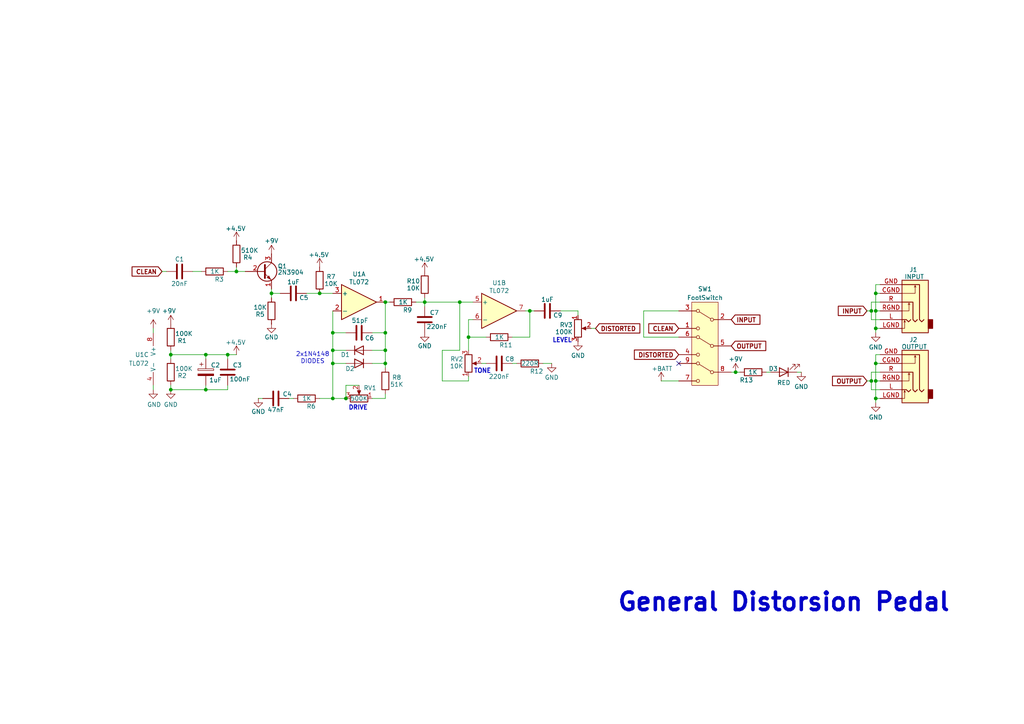
<source format=kicad_sch>
(kicad_sch (version 20231120) (generator "eeschema") (generator_version "8.0")
  (paper "A4")
  (lib_symbols
    (symbol "+BATT_1" (power) (pin_numbers hide) (pin_names (offset 0) hide)
      (property "Value" "+BATT" (at 0 3.556 0))
      (symbol "+BATT_1_0_1"
        (polyline (pts (xy -0.762 1.27) (xy 0 2.54)))
        (polyline (pts (xy 0 0) (xy 0 2.54)))
        (polyline (pts (xy 0 2.54) (xy 0.762 1.27)))
      )
      (symbol "+BATT_1_1_1"
        (pin power_in line (at 0 0 90) (length 0) (name "~") (number "1"))
      )
    )
    (symbol "Amplifier_Operational:TL072" (pin_names (offset 0.127))
      (property "Reference" "U" (at 0 5.08 0))
      (property "Value" "TL072" (at 0 -5.08 0))
      (symbol "TL072_1_1"
        (polyline (pts (xy -5.08 5.08) (xy 5.08 0) (xy -5.08 -5.08) (xy -5.08 5.08)) (stroke (width 0.254)) (fill (type background)))
        (pin output line (at 7.62 0 180) (length 2.54) (name "~") (number "1"))
        (pin input line (at -7.62 -2.54 0) (length 2.54) (name "-") (number "2"))
        (pin input line (at -7.62 2.54 0) (length 2.54) (name "+") (number "3"))
      )
      (symbol "TL072_2_1"
        (polyline (pts (xy -5.08 5.08) (xy 5.08 0) (xy -5.08 -5.08) (xy -5.08 5.08)) (stroke (width 0.254)) (fill (type background)))
        (pin input line (at -7.62 2.54 0) (length 2.54) (name "+") (number "5"))
        (pin input line (at -7.62 -2.54 0) (length 2.54) (name "-") (number "6"))
        (pin output line (at 7.62 0 180) (length 2.54) (name "~") (number "7"))
      )
      (symbol "TL072_3_1"
        (pin power_in line (at -2.54 -7.62 90) (length 3.81) (name "V-") (number "4"))
        (pin power_in line (at -2.54 7.62 270) (length 3.81) (name "V+") (number "8"))
      )
    )
    (symbol "Connector_Audio:AudioJack3_Switch"
      (property "Reference" "J7" (at -1.905 11.43 0))
      (property "Value" "AudioJack3_Switch" (at -1.905 8.89 0))
      (symbol "AudioJack3_Switch_0_1"
        (rectangle (start -5.08 -5.08) (end -6.35 -7.62) (stroke (width 0.254)) (fill (type outline)))
        (polyline (pts (xy -1.27 4.826) (xy -1.016 4.318)))
        (polyline (pts (xy 0.508 -0.254) (xy 0.762 -0.762)))
        (polyline (pts (xy 1.778 -5.334) (xy 2.032 -5.842)))
        (polyline (pts (xy 0 -5.08) (xy 0.635 -5.715) (xy 1.27 -5.08) (xy 2.54 -5.08)) (stroke (width 0.254)))
        (polyline (pts (xy 2.54 -7.62) (xy 1.778 -7.62) (xy 1.778 -5.334) (xy 1.524 -5.842)))
        (polyline (pts (xy 2.54 -2.54) (xy 0.508 -2.54) (xy 0.508 -0.254) (xy 0.254 -0.762)))
        (polyline (pts (xy 2.54 2.54) (xy -1.27 2.54) (xy -1.27 4.826) (xy -1.524 4.318)))
        (polyline (pts (xy -1.905 -5.08) (xy -1.27 -5.715) (xy -0.635 -5.08) (xy -0.635 0) (xy 2.54 0)) (stroke (width 0.254)))
        (polyline (pts (xy 2.54 5.08) (xy -2.54 5.08) (xy -2.54 -5.08) (xy -3.175 -5.715) (xy -3.81 -5.08)) (stroke (width 0.254)))
        (rectangle (start 2.54 6.35) (end -5.08 -8.89) (stroke (width 0.254)) (fill (type background)))
      )
      (symbol "AudioJack3_Switch_1_1"
        (pin passive line (at 8.89 2.54 180) (length 6.35) (name "~") (number "CGND"))
        (pin passive line (at 8.89 5.08 180) (length 6.35) (name "~") (number "GND"))
        (pin passive line (at 8.89 -5.08 180) (length 6.35) (name "~") (number "L"))
        (pin passive line (at 8.89 -7.62 180) (length 6.35) (name "~") (number "LGND"))
        (pin passive line (at 8.89 0 180) (length 6.35) (name "~") (number "R"))
        (pin passive line (at 8.89 -2.54 180) (length 6.35) (name "~") (number "RGND"))
      )
    )
    (symbol "Device:C" (pin_numbers hide) (pin_names (offset 0.254))
      (property "Reference" "C" (at 0.635 2.54 0))
      (property "Value" "C" (at 0.635 -2.54 0))
      (symbol "C_0_1"
        (polyline (pts (xy -2.032 -0.762) (xy 2.032 -0.762)) (stroke (width 0.508)))
        (polyline (pts (xy -2.032 0.762) (xy 2.032 0.762)) (stroke (width 0.508)))
      )
      (symbol "C_1_1"
        (pin passive line (at 0 3.81 270) (length 2.794) (name "~") (number "1"))
        (pin passive line (at 0 -3.81 90) (length 2.794) (name "~") (number "2"))
      )
    )
    (symbol "Device:C_Polarized" (pin_numbers hide) (pin_names (offset 0.254))
      (property "Reference" "C" (at 0.635 2.54 0))
      (property "Value" "C_Polarized" (at 0.635 -2.54 0))
      (symbol "C_Polarized_0_1"
        (rectangle (start -2.286 0.508) (end 2.286 1.016))
        (polyline (pts (xy -1.778 2.286) (xy -0.762 2.286)))
        (polyline (pts (xy -1.27 2.794) (xy -1.27 1.778)))
        (rectangle (start 2.286 -0.508) (end -2.286 -1.016) (fill (type outline)))
      )
      (symbol "C_Polarized_1_1"
        (pin passive line (at 0 3.81 270) (length 2.794) (name "~") (number "1"))
        (pin passive line (at 0 -3.81 90) (length 2.794) (name "~") (number "2"))
      )
    )
    (symbol "Device:D" (pin_numbers hide) (pin_names (offset 1.016) hide)
      (property "Reference" "D" (at 0 2.54 0))
      (property "Value" "D" (at 0 -2.54 0))
      (symbol "D_0_1"
        (polyline (pts (xy -1.27 1.27) (xy -1.27 -1.27)) (stroke (width 0.254)))
        (polyline (pts (xy 1.27 0) (xy -1.27 0)))
        (polyline (pts (xy 1.27 1.27) (xy 1.27 -1.27) (xy -1.27 0) (xy 1.27 1.27)) (stroke (width 0.254)))
      )
      (symbol "D_1_1"
        (pin passive line (at -3.81 0 0) (length 2.54) (name "K") (number "1"))
        (pin passive line (at 3.81 0 180) (length 2.54) (name "A") (number "2"))
      )
    )
    (symbol "Device:LED" (pin_numbers hide) (pin_names (offset 1.016) hide)
      (property "Reference" "D" (at 0 2.54 0))
      (property "Value" "LED" (at 0 -2.54 0))
      (symbol "LED_0_1"
        (polyline (pts (xy -1.27 -1.27) (xy -1.27 1.27)) (stroke (width 0.254)))
        (polyline (pts (xy -1.27 0) (xy 1.27 0)))
        (polyline (pts (xy 1.27 -1.27) (xy 1.27 1.27) (xy -1.27 0) (xy 1.27 -1.27)) (stroke (width 0.254)))
        (polyline (pts (xy -3.048 -0.762) (xy -4.572 -2.286) (xy -3.81 -2.286) (xy -4.572 -2.286) (xy -4.572 -1.524)))
        (polyline (pts (xy -1.778 -0.762) (xy -3.302 -2.286) (xy -2.54 -2.286) (xy -3.302 -2.286) (xy -3.302 -1.524)))
      )
      (symbol "LED_1_1"
        (pin passive line (at -3.81 0 0) (length 2.54) (name "K") (number "1"))
        (pin passive line (at 3.81 0 180) (length 2.54) (name "A") (number "2"))
      )
    )
    (symbol "Device:R" (pin_numbers hide) (pin_names (offset 0))
      (property "Reference" "R" (at 2.032 0 90))
      (property "Value" "R" (at 0 0 90))
      (symbol "R_0_1"
        (rectangle (start -1.016 -2.54) (end 1.016 2.54) (stroke (width 0.254)))
      )
      (symbol "R_1_1"
        (pin passive line (at 0 3.81 270) (length 1.27) (name "~") (number "1"))
        (pin passive line (at 0 -3.81 90) (length 1.27) (name "~") (number "2"))
      )
    )
    (symbol "Device:R_Potentiometer" (pin_names (offset 1.016) hide)
      (property "Reference" "RV" (at -4.445 0 90))
      (property "Value" "R_Potentiometer" (at -2.54 0 90))
      (symbol "R_Potentiometer_0_1"
        (polyline (pts (xy 2.54 0) (xy 1.524 0)))
        (polyline (pts (xy 1.143 0) (xy 2.286 0.508) (xy 2.286 -0.508) (xy 1.143 0)) (fill (type outline)))
        (rectangle (start 1.016 2.54) (end -1.016 -2.54) (stroke (width 0.254)))
      )
      (symbol "R_Potentiometer_1_1"
        (pin passive line (at 0 3.81 270) (length 1.27) (name "1") (number "1"))
        (pin passive line (at 3.81 0 180) (length 1.27) (name "2") (number "2"))
        (pin passive line (at 0 -3.81 90) (length 1.27) (name "3") (number "3"))
      )
    )
    (symbol "Switch:SW_Nidec_CAS-120A1" (pin_names (offset 1) hide)
      (property "Reference" "SW3" (at 0 8.89 0))
      (property "Value" "SW_Nidec_CAS-120A1" (at 0 6.35 0))
      (symbol "SW_Nidec_CAS-120A1_0_1"
        (circle (center -2.032 -15.24) (radius 0.4572))
        (circle (center -2.032 -7.62) (radius 0.4572))
        (circle (center -2.032 0) (radius 0.4572))
        (polyline (pts (xy -1.651 -14.986) (xy 1.651 -12.954)))
        (polyline (pts (xy -1.651 -7.366) (xy 1.651 -5.334)))
        (polyline (pts (xy -1.651 0.254) (xy 1.651 2.286)))
        (circle (center 2.032 -17.78) (radius 0.4572))
        (circle (center 2.032 -12.7) (radius 0.4572))
        (circle (center 2.032 -10.16) (radius 0.4572))
        (circle (center 2.032 -5.08) (radius 0.4572))
        (circle (center 2.032 -2.54) (radius 0.4572))
        (circle (center 2.032 2.54) (radius 0.4572))
      )
      (symbol "SW_Nidec_CAS-120A1_1_1"
        (rectangle (start -3.81 5.08) (end 3.81 -19.05) (fill (type background)))
        (pin passive line (at 7.62 -2.54 180) (length 5.08) (name "C") (number "1"))
        (pin passive line (at -7.62 0 0) (length 5.08) (name "B") (number "2"))
        (pin passive line (at 7.62 2.54 180) (length 5.08) (name "A") (number "3"))
        (pin passive line (at 7.62 -10.16 180) (length 5.08) (name "C") (number "4"))
        (pin passive line (at -7.62 -7.62 0) (length 5.08) (name "B") (number "5"))
        (pin passive line (at 7.62 -5.08 180) (length 5.08) (name "A") (number "6"))
        (pin passive line (at 7.62 -17.78 180) (length 5.08) (name "C") (number "7"))
        (pin passive line (at -7.62 -15.24 0) (length 5.08) (name "B") (number "8"))
        (pin passive line (at 7.62 -12.7 180) (length 5.08) (name "A") (number "9"))
      )
    )
    (symbol "Transistor_BJT:2N3904" (pin_names (offset 0) hide)
      (property "Reference" "Q" (at 5.08 1.905 0))
      (property "Value" "2N3904" (at 5.08 0 0))
      (symbol "2N3904_0_1"
        (polyline (pts (xy 0.635 0.635) (xy 2.54 2.54)))
        (polyline (pts (xy 0.635 -0.635) (xy 2.54 -2.54) (xy 2.54 -2.54)))
        (polyline (pts (xy 0.635 1.905) (xy 0.635 -1.905) (xy 0.635 -1.905)) (stroke (width 0.508)))
        (polyline (pts (xy 1.27 -1.778) (xy 1.778 -1.27) (xy 2.286 -2.286) (xy 1.27 -1.778) (xy 1.27 -1.778)) (fill (type outline)))
        (circle (center 1.27 0) (radius 2.8194) (stroke (width 0.254)))
      )
      (symbol "2N3904_1_1"
        (pin passive line (at 2.54 -5.08 90) (length 2.54) (name "E") (number "1"))
        (pin passive line (at -5.08 0 0) (length 5.715) (name "B") (number "2"))
        (pin passive line (at 2.54 5.08 270) (length 2.54) (name "C") (number "3"))
      )
    )
    (symbol "power:+4V" (power) (pin_numbers hide) (pin_names (offset 0) hide)
      (property "Value" "+4V" (at 0 3.556 0))
      (symbol "+4V_0_1"
        (polyline (pts (xy -0.762 1.27) (xy 0 2.54)))
        (polyline (pts (xy 0 0) (xy 0 2.54)))
        (polyline (pts (xy 0 2.54) (xy 0.762 1.27)))
      )
      (symbol "+4V_1_1"
        (pin power_in line (at 0 0 90) (length 0) (name "~") (number "1"))
      )
    )
    (symbol "power:+9V" (power) (pin_numbers hide) (pin_names (offset 0) hide)
      (property "Value" "+9V" (at 0 3.556 0))
      (symbol "+9V_0_1"
        (polyline (pts (xy -0.762 1.27) (xy 0 2.54)))
        (polyline (pts (xy 0 0) (xy 0 2.54)))
        (polyline (pts (xy 0 2.54) (xy 0.762 1.27)))
      )
      (symbol "+9V_1_1"
        (pin power_in line (at 0 0 90) (length 0) (name "~") (number "1"))
      )
    )
    (symbol "power:GND" (power) (pin_numbers hide) (pin_names (offset 0) hide)
      (property "Value" "GND" (at 0 -3.81 0))
      (symbol "GND_0_1"
        (polyline (pts (xy 0 0) (xy 0 -1.27) (xy 1.27 -1.27) (xy 0 -2.54) (xy -1.27 -1.27) (xy 0 -1.27)))
      )
      (symbol "GND_1_1"
        (pin power_in line (at 0 0 270) (length 0) (name "~") (number "1"))
      )
    )
  )
  (junction (at 254 115.57))
  (junction (at 135.89 97.79))
  (junction (at 254 90.17))
  (junction (at 153.67 90.17))
  (junction (at 111.76 87.63))
  (junction (at 254 95.25))
  (junction (at 96.52 96.52))
  (junction (at 123.19 87.63))
  (junction (at 213.36 107.95))
  (junction (at 133.35 87.63))
  (junction (at 100.33 115.57))
  (junction (at 92.71 85.09))
  (junction (at 254 85.09))
  (junction (at 59.69 113.03))
  (junction (at 111.76 101.6))
  (junction (at 96.52 101.6))
  (junction (at 49.53 102.87))
  (junction (at 254 105.41))
  (junction (at 254 110.49))
  (junction (at 66.04 102.87))
  (junction (at 96.52 105.41))
  (junction (at 111.76 105.41))
  (junction (at 49.53 113.03))
  (junction (at 96.52 115.57))
  (junction (at 68.58 78.74))
  (junction (at 252.73 110.49))
  (junction (at 59.69 102.87))
  (junction (at 78.74 85.09))
  (junction (at 111.76 96.52))
  (junction (at 252.73 90.17))
  (no_connect (at 196.85 105.41))
  (wire (pts (xy 135.89 97.79) (xy 135.89 101.6)))
  (wire (pts (xy 254 95.25) (xy 255.27 95.25)))
  (wire (pts (xy 66.04 111.76) (xy 66.04 113.03)))
  (wire (pts (xy 254 96.52) (xy 254 95.25)))
  (wire (pts (xy 107.95 105.41) (xy 111.76 105.41)))
  (wire (pts (xy 44.45 113.03) (xy 44.45 111.76)))
  (wire (pts (xy 96.52 90.17) (xy 96.52 96.52)))
  (wire (pts (xy 100.33 115.57) (xy 100.33 111.76)))
  (wire (pts (xy 59.69 104.14) (xy 59.69 102.87)))
  (wire (pts (xy 78.74 85.09) (xy 78.74 83.82)))
  (wire (pts (xy 172.72 95.25) (xy 171.45 95.25)))
  (wire (pts (xy 44.45 95.25) (xy 44.45 96.52)))
  (wire (pts (xy 252.73 90.17) (xy 252.73 92.71)))
  (wire (pts (xy 153.67 90.17) (xy 152.4 90.17)))
  (wire (pts (xy 255.27 85.09) (xy 254 85.09)))
  (wire (pts (xy 133.35 87.63) (xy 137.16 87.63)))
  (wire (pts (xy 78.74 86.36) (xy 78.74 85.09)))
  (wire (pts (xy 148.59 97.79) (xy 153.67 97.79)))
  (wire (pts (xy 252.73 87.63) (xy 252.73 90.17)))
  (wire (pts (xy 96.52 101.6) (xy 100.33 101.6)))
  (wire (pts (xy 254 82.55) (xy 254 85.09)))
  (wire (pts (xy 92.71 85.09) (xy 96.52 85.09)))
  (wire (pts (xy 66.04 102.87) (xy 68.58 102.87)))
  (wire (pts (xy 214.63 107.95) (xy 213.36 107.95)))
  (wire (pts (xy 140.97 97.79) (xy 135.89 97.79)))
  (wire (pts (xy 255.27 82.55) (xy 254 82.55)))
  (wire (pts (xy 59.69 102.87) (xy 49.53 102.87)))
  (wire (pts (xy 59.69 111.76) (xy 59.69 113.03)))
  (wire (pts (xy 254 102.87) (xy 254 105.41)))
  (wire (pts (xy 255.27 113.03) (xy 252.73 113.03)))
  (wire (pts (xy 96.52 101.6) (xy 96.52 105.41)))
  (wire (pts (xy 140.97 105.41) (xy 139.7 105.41)))
  (wire (pts (xy 135.89 92.71) (xy 137.16 92.71)))
  (wire (pts (xy 96.52 115.57) (xy 100.33 115.57)))
  (wire (pts (xy 251.46 110.49) (xy 252.73 110.49)))
  (wire (pts (xy 255.27 90.17) (xy 254 90.17)))
  (wire (pts (xy 254 116.84) (xy 254 115.57)))
  (wire (pts (xy 254 110.49) (xy 254 105.41)))
  (wire (pts (xy 167.64 90.17) (xy 162.56 90.17)))
  (wire (pts (xy 160.02 105.41) (xy 157.48 105.41)))
  (wire (pts (xy 123.19 87.63) (xy 123.19 88.9)))
  (wire (pts (xy 255.27 110.49) (xy 254 110.49)))
  (wire (pts (xy 186.69 97.79) (xy 186.69 90.17)))
  (wire (pts (xy 49.53 111.76) (xy 49.53 113.03)))
  (wire (pts (xy 196.85 97.79) (xy 186.69 97.79)))
  (wire (pts (xy 153.67 97.79) (xy 153.67 90.17)))
  (wire (pts (xy 111.76 96.52) (xy 111.76 101.6)))
  (wire (pts (xy 120.65 87.63) (xy 123.19 87.63)))
  (wire (pts (xy 96.52 105.41) (xy 96.52 115.57)))
  (wire (pts (xy 107.95 96.52) (xy 111.76 96.52)))
  (wire (pts (xy 135.89 97.79) (xy 135.89 92.71)))
  (wire (pts (xy 186.69 90.17) (xy 196.85 90.17)))
  (wire (pts (xy 96.52 105.41) (xy 100.33 105.41)))
  (wire (pts (xy 92.71 115.57) (xy 96.52 115.57)))
  (wire (pts (xy 59.69 113.03) (xy 49.53 113.03)))
  (wire (pts (xy 100.33 111.76) (xy 104.14 111.76)))
  (wire (pts (xy 111.76 115.57) (xy 111.76 114.3)))
  (wire (pts (xy 255.27 105.41) (xy 254 105.41)))
  (wire (pts (xy 191.77 110.49) (xy 196.85 110.49)))
  (wire (pts (xy 88.9 85.09) (xy 92.71 85.09)))
  (wire (pts (xy 222.25 107.95) (xy 223.52 107.95)))
  (wire (pts (xy 111.76 87.63) (xy 111.76 96.52)))
  (wire (pts (xy 68.58 78.74) (xy 71.12 78.74)))
  (wire (pts (xy 254 115.57) (xy 255.27 115.57)))
  (wire (pts (xy 252.73 110.49) (xy 252.73 113.03)))
  (wire (pts (xy 111.76 106.68) (xy 111.76 105.41)))
  (wire (pts (xy 128.27 101.6) (xy 133.35 101.6)))
  (wire (pts (xy 46.99 78.74) (xy 48.26 78.74)))
  (wire (pts (xy 49.53 101.6) (xy 49.53 102.87)))
  (wire (pts (xy 66.04 78.74) (xy 68.58 78.74)))
  (wire (pts (xy 251.46 90.17) (xy 252.73 90.17)))
  (wire (pts (xy 96.52 96.52) (xy 96.52 101.6)))
  (wire (pts (xy 149.86 105.41) (xy 148.59 105.41)))
  (wire (pts (xy 66.04 113.03) (xy 59.69 113.03)))
  (wire (pts (xy 167.64 91.44) (xy 167.64 90.17)))
  (wire (pts (xy 252.73 107.95) (xy 252.73 110.49)))
  (wire (pts (xy 252.73 87.63) (xy 255.27 87.63)))
  (wire (pts (xy 255.27 102.87) (xy 254 102.87)))
  (wire (pts (xy 59.69 102.87) (xy 66.04 102.87)))
  (wire (pts (xy 81.28 85.09) (xy 78.74 85.09)))
  (wire (pts (xy 74.93 115.57) (xy 76.2 115.57)))
  (wire (pts (xy 66.04 102.87) (xy 66.04 104.14)))
  (wire (pts (xy 123.19 87.63) (xy 133.35 87.63)))
  (wire (pts (xy 255.27 92.71) (xy 252.73 92.71)))
  (wire (pts (xy 254 90.17) (xy 254 95.25)))
  (wire (pts (xy 135.89 109.22) (xy 135.89 110.49)))
  (wire (pts (xy 68.58 77.47) (xy 68.58 78.74)))
  (wire (pts (xy 128.27 110.49) (xy 135.89 110.49)))
  (wire (pts (xy 254 90.17) (xy 254 85.09)))
  (wire (pts (xy 113.03 87.63) (xy 111.76 87.63)))
  (wire (pts (xy 107.95 115.57) (xy 111.76 115.57)))
  (wire (pts (xy 107.95 101.6) (xy 111.76 101.6)))
  (wire (pts (xy 49.53 102.87) (xy 49.53 104.14)))
  (wire (pts (xy 232.41 107.95) (xy 231.14 107.95)))
  (wire (pts (xy 252.73 107.95) (xy 255.27 107.95)))
  (wire (pts (xy 154.94 90.17) (xy 153.67 90.17)))
  (wire (pts (xy 213.36 107.95) (xy 212.09 107.95)))
  (wire (pts (xy 254 110.49) (xy 254 115.57)))
  (wire (pts (xy 123.19 86.36) (xy 123.19 87.63)))
  (wire (pts (xy 100.33 96.52) (xy 96.52 96.52)))
  (wire (pts (xy 111.76 105.41) (xy 111.76 101.6)))
  (wire (pts (xy 55.88 78.74) (xy 58.42 78.74)))
  (wire (pts (xy 83.82 115.57) (xy 85.09 115.57)))
  (wire (pts (xy 128.27 110.49) (xy 128.27 101.6)))
  (wire (pts (xy 133.35 101.6) (xy 133.35 87.63)))
  (text "General Distorsion Pedal" (at 227.33 174.752 0) (effects (font (size 5.08 5.08) (thickness 1.016) (bold yes))))
  (text "LEVEL" (at 163.068 98.806 0) (effects (font (size 1.27 1.27) (thickness 0.254) (bold yes))))
  (text "TONE" (at 139.954 107.696 0) (effects (font (size 1.27 1.27) (thickness 0.254) (bold yes))))
  (text "2x1N4148\nDIODES" (at 90.678 103.886 0) (effects (font (size 1.27 1.27))))
  (text "DRIVE" (at 103.886 118.364 0) (effects (font (size 1.27 1.27) (thickness 0.254) (bold yes))))
  (global_label "INPUT" (shape input) (at 251.46 90.17 180) (effects (font (bold yes))) (property "Intersheetrefs" "${INTERSHEET_REFS}" (effects (hide yes))))
  (global_label "DISTORTED" (shape input) (at 172.72 95.25 0) (effects (font (bold yes))) (property "Intersheetrefs" "${INTERSHEET_REFS}" (effects (hide yes))))
  (global_label "CLEAN" (shape input) (at 196.85 95.25 180) (effects (font (bold yes))) (property "Intersheetrefs" "${INTERSHEET_REFS}" (effects (hide yes))))
  (global_label "OUTPUT" (shape input) (at 251.46 110.49 180) (effects (font (bold yes))) (property "Intersheetrefs" "${INTERSHEET_REFS}" (effects (hide yes))))
  (global_label "INPUT" (shape input) (at 212.09 92.71 0) (effects (font (bold yes))) (property "Intersheetrefs" "${INTERSHEET_REFS}" (effects (hide yes))))
  (global_label "CLEAN" (shape input) (at 46.99 78.74 180) (effects (font (bold yes))) (property "Intersheetrefs" "${INTERSHEET_REFS}" (effects (hide yes))))
  (global_label "DISTORTED" (shape input) (at 196.85 102.87 180) (effects (font (bold yes))) (property "Intersheetrefs" "${INTERSHEET_REFS}" (effects (hide yes))))
  (global_label "OUTPUT" (shape input) (at 212.09 100.33 0) (effects (font (bold yes))) (property "Intersheetrefs" "${INTERSHEET_REFS}" (effects (hide yes))))
  (symbol (lib_id "Amplifier_Operational:TL072") (at 144.78 90.17 0) (unit 2)
    (property "Reference" "U1" (at 144.78 82.042 0))
    (property "Value" "TL072" (at 144.78 84.328 0))
    (property "Footprint" "Package_DIP:DIP-8_W7.62mm" (effects (hide yes)))
    (property "Datasheet" "http://www.ti.com/lit/ds/symlink/tl071.pdf" (effects (hide yes)))
    (property "Description" "Dual Low-Noise JFET-Input Operational Amplifiers, DIP-8/SOIC-8" (effects (hide yes)))
  )
  (symbol (lib_id "Device:R") (at 49.53 107.95 180) (unit 1)
    (property "Reference" "R2" (at 52.832 108.966 0))
    (property "Value" "100K" (at 53.34 106.934 0))
    (property "Footprint" "Resistor_THT:R_Axial_DIN0207_L6.3mm_D2.5mm_P10.16mm_Horizontal" (effects (hide yes)))
    (property "Description" "Resistor" (effects (hide yes)))
  )
  (symbol (lib_id "Device:LED") (at 227.33 107.95 180) (unit 1)
    (property "Reference" "D3" (at 224.282 106.934 0))
    (property "Value" "RED" (at 227.33 110.998 0))
    (property "Footprint" "LED_THT:LED_D5.0mm" (effects (hide yes)))
    (property "Description" "Light emitting diode" (effects (hide yes)))
  )
  (symbol (lib_id "Device:C") (at 80.01 115.57 270) (unit 1)
    (property "Reference" "C4" (at 83.312 114.3 90))
    (property "Value" "47nF" (at 80.01 118.872 90))
    (property "Footprint" "Capacitor_THT:C_Disc_D4.3mm_W1.9mm_P5.00mm" (effects (hide yes)))
    (property "Description" "Unpolarized capacitor" (effects (hide yes)))
  )
  (symbol (lib_id "power:GND") (at 44.45 113.03 0) (mirror y) (unit 1)
    (property "Reference" "#PWR02" (effects (hide yes)))
    (property "Value" "GND" (at 44.704 117.348 0))
    (property "Description" "Power symbol creates a global label with name \"GND\" , ground" (effects (hide yes)))
  )
  (symbol (lib_id "power:+4V") (at 123.19 78.74 0) (unit 1)
    (property "Reference" "#PWR011" (effects (hide yes)))
    (property "Value" "+4.5V" (at 122.936 75.184 0))
    (property "Description" "Power symbol creates a global label with name \"+4V\"" (effects (hide yes)))
  )
  (symbol (lib_id "power:+9V") (at 78.74 73.66 0) (mirror y) (unit 1)
    (property "Reference" "#PWR08" (effects (hide yes)))
    (property "Value" "+9V" (at 78.74 69.85 0))
    (property "Description" "Power symbol creates a global label with name \"+9V\"" (effects (hide yes)))
  )
  (symbol (lib_id "power:GND") (at 74.93 115.57 0) (unit 1)
    (property "Reference" "#PWR07" (effects (hide yes)))
    (property "Value" "GND" (at 74.93 119.38 0))
    (property "Description" "Power symbol creates a global label with name \"GND\" , ground" (effects (hide yes)))
  )
  (symbol (lib_id "Device:R_Potentiometer") (at 135.89 105.41 0) (mirror x) (unit 1)
    (property "Reference" "RV2" (at 134.366 104.14 0) (effects (justify right)))
    (property "Value" "10K" (at 134.366 106.172 0) (effects (justify right)))
    (property "Footprint" "Potentiometer_THT:Potentiometer_Alpha_RD901F-40-00D_Single_Vertical" (effects (hide yes)))
    (property "Description" "Potentiometer" (effects (hide yes)))
  )
  (symbol (lib_id "power:GND") (at 123.19 96.52 0) (unit 1)
    (property "Reference" "#PWR012" (effects (hide yes)))
    (property "Value" "GND" (at 123.19 100.33 0))
    (property "Description" "Power symbol creates a global label with name \"GND\" , ground" (effects (hide yes)))
  )
  (symbol (lib_id "Device:C") (at 52.07 78.74 90) (unit 1)
    (property "Reference" "C1" (at 52.07 75.184 90))
    (property "Value" "20nF" (at 52.07 82.296 90))
    (property "Footprint" "Capacitor_THT:C_Disc_D4.3mm_W1.9mm_P5.00mm" (effects (hide yes)))
    (property "Description" "Unpolarized capacitor" (effects (hide yes)))
  )
  (symbol (lib_id "Device:R_Potentiometer") (at 167.64 95.25 0) (unit 1)
    (property "Reference" "RV3" (at 166.116 94.234 0) (effects (justify right)))
    (property "Value" "100K" (at 166.116 96.266 0) (effects (justify right)))
    (property "Footprint" "Potentiometer_THT:Potentiometer_Alpha_RD901F-40-00D_Single_Vertical" (effects (hide yes)))
    (property "Description" "Potentiometer" (effects (hide yes)))
  )
  (symbol (lib_id "Device:R") (at 153.67 105.41 270) (unit 1)
    (property "Reference" "R12" (at 153.67 107.696 90) (effects (justify left)))
    (property "Value" "220R" (at 151.13 105.41 90) (effects (justify left)))
    (property "Footprint" "Resistor_THT:R_Axial_DIN0207_L6.3mm_D2.5mm_P10.16mm_Horizontal" (effects (hide yes)))
  )
  (symbol (lib_id "Device:C_Polarized") (at 59.69 107.95 0) (unit 1)
    (property "Reference" "C2" (at 62.484 105.918 0))
    (property "Value" "1uF" (at 62.484 110.236 0))
    (property "Footprint" "Capacitor_THT:CP_Radial_D8.0mm_P3.50mm" (effects (hide yes)))
    (property "Description" "Polarized capacitor" (effects (hide yes)))
  )
  (symbol (lib_id "Device:D") (at 104.14 101.6 0) (mirror x) (unit 1)
    (property "Reference" "D1" (at 98.806 102.87 0) (effects (justify left)))
    (property "Value" "D" (effects (hide yes)))
    (property "Footprint" "Diode_THT:D_DO-41_SOD81_P10.16mm_Horizontal" (effects (hide yes)))
    (property "Description" "Diode" (effects (hide yes)))
    (property "Sim.Device" "D" (effects (hide yes)))
    (property "Sim.Pins" "1=K 2=A" (effects (hide yes)))
  )
  (symbol (lib_id "Device:R") (at 62.23 78.74 270) (unit 1)
    (property "Reference" "R3" (at 62.23 81.026 90) (effects (justify left)))
    (property "Value" "1K" (at 60.96 78.74 90) (effects (justify left)))
    (property "Footprint" "Resistor_THT:R_Axial_DIN0207_L6.3mm_D2.5mm_P10.16mm_Horizontal" (effects (hide yes)))
  )
  (symbol (lib_id "Device:R") (at 123.19 82.55 0) (unit 1)
    (property "Reference" "R10" (at 119.888 81.534 0))
    (property "Value" "10K" (at 119.888 83.566 0))
    (property "Footprint" "Resistor_THT:R_Axial_DIN0207_L6.3mm_D2.5mm_P10.16mm_Horizontal" (effects (hide yes)))
    (property "Description" "Resistor" (effects (hide yes)))
  )
  (symbol (lib_id "power:GND") (at 254 96.52 0) (mirror y) (unit 1)
    (property "Reference" "#PWR018" (effects (hide yes)))
    (property "Value" "GND" (at 254 100.711 0))
  )
  (symbol (lib_id "Device:R") (at 49.53 97.79 180) (unit 1)
    (property "Reference" "R1" (at 52.832 98.806 0))
    (property "Value" "100K" (at 53.34 96.774 0))
    (property "Footprint" "Resistor_THT:R_Axial_DIN0207_L6.3mm_D2.5mm_P10.16mm_Horizontal" (effects (hide yes)))
    (property "Description" "Resistor" (effects (hide yes)))
  )
  (symbol (lib_id "Device:R") (at 116.84 87.63 270) (unit 1)
    (property "Reference" "R9" (at 116.84 89.916 90) (effects (justify left)))
    (property "Value" "1K" (at 115.57 87.63 90) (effects (justify left)))
    (property "Footprint" "Resistor_THT:R_Axial_DIN0207_L6.3mm_D2.5mm_P10.16mm_Horizontal" (effects (hide yes)))
  )
  (symbol (lib_id "Amplifier_Operational:TL072") (at 104.14 87.63 0) (unit 1)
    (property "Reference" "U1" (at 104.14 79.502 0))
    (property "Value" "TL072" (at 104.14 81.788 0))
    (property "Footprint" "Package_DIP:DIP-8_W7.62mm" (effects (hide yes)))
    (property "Datasheet" "http://www.ti.com/lit/ds/symlink/tl071.pdf" (effects (hide yes)))
    (property "Description" "Dual Low-Noise JFET-Input Operational Amplifiers, DIP-8/SOIC-8" (effects (hide yes)))
  )
  (symbol (lib_name "+BATT_1") (lib_id "power:+BATT") (at 191.77 110.49 0) (mirror y) (unit 1)
    (property "Reference" "#PWR015" (effects (hide yes)))
    (property "Value" "+BATT" (at 192.024 106.934 0))
    (property "Description" "Power symbol creates a global label with name \"+BATT\"" (effects (hide yes)))
  )
  (symbol (lib_id "power:+4V") (at 68.58 102.87 0) (unit 1)
    (property "Reference" "#PWR06" (effects (hide yes)))
    (property "Value" "+4.5V" (at 68.326 99.314 0))
    (property "Description" "Power symbol creates a global label with name \"+4V\"" (effects (hide yes)))
  )
  (symbol (lib_id "Device:C") (at 104.14 96.52 90) (unit 1)
    (property "Reference" "C6" (at 107.188 98.044 90))
    (property "Value" "51pF" (at 104.394 92.964 90))
    (property "Footprint" "Capacitor_THT:C_Disc_D4.3mm_W1.9mm_P5.00mm" (effects (hide yes)))
    (property "Description" "Unpolarized capacitor" (effects (hide yes)))
  )
  (symbol (lib_id "power:GND") (at 232.41 107.95 0) (mirror y) (unit 1)
    (property "Reference" "#PWR017" (effects (hide yes)))
    (property "Value" "GND" (at 232.41 112.141 0))
  )
  (symbol (lib_id "Device:R") (at 92.71 81.28 0) (mirror y) (unit 1)
    (property "Reference" "R7" (at 96.012 80.264 0))
    (property "Value" "10K" (at 96.012 82.296 0))
    (property "Footprint" "Resistor_THT:R_Axial_DIN0207_L6.3mm_D2.5mm_P10.16mm_Horizontal" (effects (hide yes)))
    (property "Description" "Resistor" (effects (hide yes)))
  )
  (symbol (lib_id "power:GND") (at 49.53 113.03 0) (unit 1)
    (property "Reference" "#PWR04" (effects (hide yes)))
    (property "Value" "GND" (at 49.53 117.348 0))
    (property "Description" "Power symbol creates a global label with name \"GND\" , ground" (effects (hide yes)))
  )
  (symbol (lib_id "power:GND") (at 160.02 105.41 0) (unit 1)
    (property "Reference" "#PWR013" (effects (hide yes)))
    (property "Value" "GND" (at 160.02 109.474 0))
    (property "Description" "Power symbol creates a global label with name \"GND\" , ground" (effects (hide yes)))
  )
  (symbol (lib_id "power:+9V") (at 213.36 107.95 0) (unit 1)
    (property "Reference" "#PWR016" (effects (hide yes)))
    (property "Value" "+9V" (at 213.36 104.14 0))
    (property "Description" "Power symbol creates a global label with name \"+9V\"" (effects (hide yes)))
  )
  (symbol (lib_id "Device:R") (at 68.58 73.66 180) (unit 1)
    (property "Reference" "R4" (at 71.882 74.676 0))
    (property "Value" "510K" (at 72.39 72.644 0))
    (property "Footprint" "Resistor_THT:R_Axial_DIN0207_L6.3mm_D2.5mm_P10.16mm_Horizontal" (effects (hide yes)))
    (property "Description" "Resistor" (effects (hide yes)))
  )
  (symbol (lib_id "Device:C") (at 85.09 85.09 270) (unit 1)
    (property "Reference" "C5" (at 88.138 86.36 90))
    (property "Value" "1uF" (at 85.09 81.788 90))
    (property "Footprint" "Capacitor_THT:C_Disc_D4.3mm_W1.9mm_P5.00mm" (effects (hide yes)))
    (property "Description" "Unpolarized capacitor" (effects (hide yes)))
  )
  (symbol (lib_id "Device:R") (at 88.9 115.57 270) (unit 1)
    (property "Reference" "R6" (at 88.9 117.856 90) (effects (justify left)))
    (property "Value" "1K" (at 87.63 115.57 90) (effects (justify left)))
    (property "Footprint" "Resistor_THT:R_Axial_DIN0207_L6.3mm_D2.5mm_P10.16mm_Horizontal" (effects (hide yes)))
  )
  (symbol (lib_id "Device:C") (at 144.78 105.41 270) (unit 1)
    (property "Reference" "C8" (at 147.828 104.14 90))
    (property "Value" "220nF" (at 144.78 109.22 90))
    (property "Footprint" "Capacitor_THT:C_Disc_D4.3mm_W1.9mm_P5.00mm" (effects (hide yes)))
    (property "Description" "Unpolarized capacitor" (effects (hide yes)))
  )
  (symbol (lib_id "Device:R") (at 111.76 110.49 0) (mirror y) (unit 1)
    (property "Reference" "R8" (at 115.062 109.474 0))
    (property "Value" "51K" (at 115.062 111.506 0))
    (property "Footprint" "Resistor_THT:R_Axial_DIN0207_L6.3mm_D2.5mm_P10.16mm_Horizontal" (effects (hide yes)))
    (property "Description" "Resistor" (effects (hide yes)))
  )
  (symbol (lib_id "power:GND") (at 78.74 93.98 0) (unit 1)
    (property "Reference" "#PWR09" (effects (hide yes)))
    (property "Value" "GND" (at 78.74 97.79 0))
    (property "Description" "Power symbol creates a global label with name \"GND\" , ground" (effects (hide yes)))
  )
  (symbol (lib_id "Device:R") (at 218.44 107.95 90) (mirror x) (unit 1)
    (property "Reference" "R13" (at 218.44 110.236 90) (effects (justify left)))
    (property "Value" "1K" (at 219.71 107.95 90) (effects (justify left)))
    (property "Footprint" "Resistor_THT:R_Axial_DIN0207_L6.3mm_D2.5mm_P10.16mm_Horizontal" (effects (hide yes)))
  )
  (symbol (lib_id "Amplifier_Operational:TL072") (at 41.91 104.14 0) (mirror y) (unit 3)
    (property "Reference" "U1" (at 43.18 102.8699 0) (effects (justify left)))
    (property "Value" "TL072" (at 43.18 105.4099 0) (effects (justify left)))
    (property "Footprint" "Package_DIP:DIP-8_W7.62mm" (effects (hide yes)))
    (property "Datasheet" "http://www.ti.com/lit/ds/symlink/tl071.pdf" (effects (hide yes)))
    (property "Description" "Dual Low-Noise JFET-Input Operational Amplifiers, DIP-8/SOIC-8" (effects (hide yes)))
  )
  (symbol (lib_id "power:+4V") (at 92.71 77.47 0) (unit 1)
    (property "Reference" "#PWR010" (effects (hide yes)))
    (property "Value" "+4.5V" (at 92.456 73.914 0))
    (property "Description" "Power symbol creates a global label with name \"+4V\"" (effects (hide yes)))
  )
  (symbol (lib_id "Switch:SW_Nidec_CAS-120A1") (at 204.47 92.71 0) (mirror y) (unit 1)
    (property "Reference" "SW1" (at 204.47 83.82 0))
    (property "Value" "FootSwitch" (at 204.47 86.36 0))
    (property "Footprint" "Button_Switch_SMD:Nidec_Copal_CAS-120A" (effects (hide yes)))
    (property "Datasheet" "https://www.nidec-components.com/e/catalog/switch/cas.pdf" (effects (hide yes)))
    (property "Description" "Switch, single pole double throw" (effects (hide yes)))
  )
  (symbol (lib_id "Connector_Audio:AudioJack3_Switch") (at 264.16 107.95 0) (mirror y) (unit 1)
    (property "Reference" "J2" (at 264.922 98.552 0))
    (property "Value" "OUTPUT" (at 265.176 100.584 0))
    (property "Footprint" "Connector_Audio:Jack_6.35mm_Neutrik_NRJ6HM-1-AU_Horizontal" (effects (hide yes)))
    (property "Description" "Audio Jack, 3 Poles (Stereo / TRS), Switched Poles (Normalling)" (effects (hide yes)))
  )
  (symbol (lib_id "Device:C") (at 158.75 90.17 270) (unit 1)
    (property "Reference" "C9" (at 161.798 91.44 90))
    (property "Value" "1uF" (at 158.75 86.868 90))
    (property "Footprint" "Capacitor_THT:C_Disc_D4.3mm_W1.9mm_P5.00mm" (effects (hide yes)))
    (property "Description" "Unpolarized capacitor" (effects (hide yes)))
  )
  (symbol (lib_id "Connector_Audio:AudioJack3_Switch") (at 264.16 87.63 0) (mirror y) (unit 1)
    (property "Reference" "J1" (at 264.922 78.232 0))
    (property "Value" "INPUT" (at 265.176 80.264 0))
    (property "Footprint" "Connector_Audio:Jack_6.35mm_Neutrik_NRJ6HM-1-AU_Horizontal" (effects (hide yes)))
    (property "Description" "Audio Jack, 3 Poles (Stereo / TRS), Switched Poles (Normalling)" (effects (hide yes)))
  )
  (symbol (lib_id "power:+9V") (at 49.53 93.98 0) (unit 1)
    (property "Reference" "#PWR03" (effects (hide yes)))
    (property "Value" "+9V" (at 49.022 90.17 0))
    (property "Description" "Power symbol creates a global label with name \"+9V\"" (effects (hide yes)))
  )
  (symbol (lib_id "Device:C") (at 66.04 107.95 180) (unit 1)
    (property "Reference" "C3" (at 68.834 105.918 0))
    (property "Value" "100nF" (at 69.596 109.982 0))
    (property "Footprint" "Capacitor_THT:C_Disc_D4.3mm_W1.9mm_P5.00mm" (effects (hide yes)))
    (property "Description" "Unpolarized capacitor" (effects (hide yes)))
  )
  (symbol (lib_id "Device:R_Potentiometer") (at 104.14 115.57 270) (mirror x) (unit 1)
    (property "Reference" "RV1" (at 109.22 112.522 90) (effects (justify right)))
    (property "Value" "500K" (at 106.68 115.57 90) (effects (justify right)))
    (property "Footprint" "Potentiometer_THT:Potentiometer_Alpha_RD901F-40-00D_Single_Vertical" (effects (hide yes)))
    (property "Description" "Potentiometer" (effects (hide yes)))
  )
  (symbol (lib_id "Device:R") (at 144.78 97.79 270) (unit 1)
    (property "Reference" "R11" (at 144.78 100.076 90) (effects (justify left)))
    (property "Value" "1K" (at 143.51 97.79 90) (effects (justify left)))
    (property "Footprint" "Resistor_THT:R_Axial_DIN0207_L6.3mm_D2.5mm_P10.16mm_Horizontal" (effects (hide yes)))
  )
  (symbol (lib_id "Device:C") (at 123.19 92.71 180) (unit 1)
    (property "Reference" "C7" (at 125.984 90.678 0))
    (property "Value" "220nF" (at 126.746 94.742 0))
    (property "Footprint" "Capacitor_THT:C_Disc_D4.3mm_W1.9mm_P5.00mm" (effects (hide yes)))
    (property "Description" "Unpolarized capacitor" (effects (hide yes)))
  )
  (symbol (lib_id "Device:D") (at 104.14 105.41 0) (mirror y) (unit 1)
    (property "Reference" "D2" (at 102.87 106.934 0) (effects (justify left)))
    (property "Value" "D" (effects (hide yes)))
    (property "Footprint" "Diode_THT:D_DO-41_SOD81_P10.16mm_Horizontal" (effects (hide yes)))
    (property "Description" "Diode" (effects (hide yes)))
    (property "Sim.Device" "D" (effects (hide yes)))
    (property "Sim.Pins" "1=K 2=A" (effects (hide yes)))
  )
  (symbol (lib_id "power:+9V") (at 44.45 95.25 0) (mirror y) (unit 1)
    (property "Reference" "#PWR01" (effects (hide yes)))
    (property "Value" "+9V" (at 44.45 90.17 0))
    (property "Description" "Power symbol creates a global label with name \"+9V\"" (effects (hide yes)))
  )
  (symbol (lib_id "power:GND") (at 167.64 99.06 0) (unit 1)
    (property "Reference" "#PWR014" (effects (hide yes)))
    (property "Value" "GND" (at 167.64 103.124 0))
    (property "Description" "Power symbol creates a global label with name \"GND\" , ground" (effects (hide yes)))
  )
  (symbol (lib_id "Device:R") (at 78.74 90.17 0) (mirror x) (unit 1)
    (property "Reference" "R5" (at 75.438 91.186 0))
    (property "Value" "10K" (at 75.438 89.154 0))
    (property "Footprint" "Resistor_THT:R_Axial_DIN0207_L6.3mm_D2.5mm_P10.16mm_Horizontal" (effects (hide yes)))
    (property "Description" "Resistor" (effects (hide yes)))
  )
  (symbol (lib_id "Transistor_BJT:2N3904") (at 76.2 78.74 0) (unit 1)
    (property "Reference" "Q1" (at 80.518 77.216 0) (effects (justify left)))
    (property "Value" "2N3904" (at 80.518 78.994 0) (effects (justify left)))
    (property "Footprint" "Package_TO_SOT_THT:TO-92_Inline" (effects (hide yes)))
    (property "Datasheet" "https://www.onsemi.com/pub/Collateral/2N3903-D.PDF" (effects (hide yes)))
    (property "Description" "0.2A Ic, 40V Vce, Small Signal NPN Transistor, TO-92" (effects (hide yes)))
  )
  (symbol (lib_id "power:GND") (at 254 116.84 0) (mirror y) (unit 1)
    (property "Reference" "#PWR019" (effects (hide yes)))
    (property "Value" "GND" (at 254 121.031 0))
  )
  (symbol (lib_id "power:+4V") (at 68.58 69.85 0) (unit 1)
    (property "Reference" "#PWR05" (effects (hide yes)))
    (property "Value" "+4.5V" (at 68.326 66.294 0))
    (property "Description" "Power symbol creates a global label with name \"+4V\"" (effects (hide yes)))
  )
)
</source>
